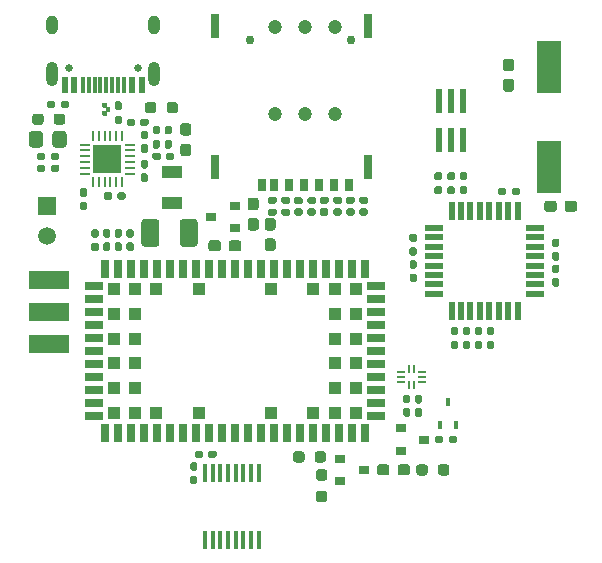
<source format=gts>
G04 #@! TF.GenerationSoftware,KiCad,Pcbnew,5.1.10-88a1d61d58~90~ubuntu20.04.1*
G04 #@! TF.CreationDate,2021-10-18T20:01:28+01:00*
G04 #@! TF.ProjectId,GPS Hardware,47505320-4861-4726-9477-6172652e6b69,rev?*
G04 #@! TF.SameCoordinates,Original*
G04 #@! TF.FileFunction,Soldermask,Top*
G04 #@! TF.FilePolarity,Negative*
%FSLAX46Y46*%
G04 Gerber Fmt 4.6, Leading zero omitted, Abs format (unit mm)*
G04 Created by KiCad (PCBNEW 5.1.10-88a1d61d58~90~ubuntu20.04.1) date 2021-10-18 20:01:28*
%MOMM*%
%LPD*%
G01*
G04 APERTURE LIST*
%ADD10C,0.010000*%
%ADD11R,0.800000X1.140000*%
%ADD12R,0.700000X2.100000*%
%ADD13C,0.750000*%
%ADD14C,1.200000*%
%ADD15C,1.508000*%
%ADD16R,1.508000X1.508000*%
%ADD17R,0.500000X2.000000*%
%ADD18R,0.550000X1.600000*%
%ADD19R,1.600000X0.550000*%
%ADD20R,0.410000X1.570000*%
%ADD21R,0.450000X0.700000*%
%ADD22R,0.900000X0.800000*%
%ADD23R,1.100000X1.100000*%
%ADD24R,1.500000X0.800000*%
%ADD25R,0.800000X1.500000*%
%ADD26R,0.600000X1.450000*%
%ADD27R,0.300000X1.450000*%
%ADD28O,1.000000X2.100000*%
%ADD29C,0.650000*%
%ADD30O,1.000000X1.600000*%
%ADD31R,2.000000X4.500000*%
%ADD32R,3.500000X1.500000*%
%ADD33R,0.200000X0.800000*%
%ADD34R,0.800000X0.200000*%
%ADD35R,0.860000X0.270000*%
%ADD36R,0.270000X0.860000*%
%ADD37R,2.450000X2.450000*%
%ADD38R,1.800000X1.100000*%
G04 APERTURE END LIST*
D10*
G36*
X108560000Y-69400000D02*
G01*
X108560000Y-69200000D01*
X108559931Y-69197383D01*
X108559726Y-69194774D01*
X108559384Y-69192178D01*
X108558907Y-69189604D01*
X108558296Y-69187059D01*
X108557553Y-69184549D01*
X108556679Y-69182082D01*
X108555677Y-69179663D01*
X108554550Y-69177300D01*
X108553301Y-69175000D01*
X108551934Y-69172768D01*
X108550451Y-69170611D01*
X108548857Y-69168534D01*
X108547157Y-69166543D01*
X108545355Y-69164645D01*
X108543457Y-69162843D01*
X108541466Y-69161143D01*
X108539389Y-69159549D01*
X108537232Y-69158066D01*
X108535000Y-69156699D01*
X108532700Y-69155450D01*
X108530337Y-69154323D01*
X108527918Y-69153321D01*
X108525451Y-69152447D01*
X108522941Y-69151704D01*
X108520396Y-69151093D01*
X108517822Y-69150616D01*
X108515226Y-69150274D01*
X108512617Y-69150069D01*
X108510000Y-69150000D01*
X108310000Y-69150000D01*
X108307383Y-69150069D01*
X108304774Y-69150274D01*
X108302178Y-69150616D01*
X108299604Y-69151093D01*
X108297059Y-69151704D01*
X108294549Y-69152447D01*
X108292082Y-69153321D01*
X108289663Y-69154323D01*
X108287300Y-69155450D01*
X108285000Y-69156699D01*
X108282768Y-69158066D01*
X108280611Y-69159549D01*
X108278534Y-69161143D01*
X108276543Y-69162843D01*
X108274645Y-69164645D01*
X108272843Y-69166543D01*
X108271143Y-69168534D01*
X108269549Y-69170611D01*
X108268066Y-69172768D01*
X108266699Y-69175000D01*
X108265450Y-69177300D01*
X108264323Y-69179663D01*
X108263321Y-69182082D01*
X108262447Y-69184549D01*
X108261704Y-69187059D01*
X108261093Y-69189604D01*
X108260616Y-69192178D01*
X108260274Y-69194774D01*
X108260069Y-69197383D01*
X108260000Y-69200000D01*
X108260000Y-69400000D01*
X108260069Y-69402617D01*
X108260274Y-69405226D01*
X108260616Y-69407822D01*
X108261093Y-69410396D01*
X108261704Y-69412941D01*
X108262447Y-69415451D01*
X108263321Y-69417918D01*
X108264323Y-69420337D01*
X108265450Y-69422700D01*
X108266699Y-69425000D01*
X108268066Y-69427232D01*
X108269549Y-69429389D01*
X108271143Y-69431466D01*
X108272843Y-69433457D01*
X108274645Y-69435355D01*
X108276543Y-69437157D01*
X108278534Y-69438857D01*
X108280611Y-69440451D01*
X108282768Y-69441934D01*
X108285000Y-69443301D01*
X108287300Y-69444550D01*
X108289663Y-69445677D01*
X108292082Y-69446679D01*
X108294549Y-69447553D01*
X108297059Y-69448296D01*
X108299604Y-69448907D01*
X108302178Y-69449384D01*
X108304774Y-69449726D01*
X108307383Y-69449931D01*
X108310000Y-69450000D01*
X108510000Y-69450000D01*
X108512617Y-69449931D01*
X108515226Y-69449726D01*
X108517822Y-69449384D01*
X108520396Y-69448907D01*
X108522941Y-69448296D01*
X108525451Y-69447553D01*
X108527918Y-69446679D01*
X108530337Y-69445677D01*
X108532700Y-69444550D01*
X108535000Y-69443301D01*
X108537232Y-69441934D01*
X108539389Y-69440451D01*
X108541466Y-69438857D01*
X108543457Y-69437157D01*
X108545355Y-69435355D01*
X108547157Y-69433457D01*
X108548857Y-69431466D01*
X108550451Y-69429389D01*
X108551934Y-69427232D01*
X108553301Y-69425000D01*
X108554550Y-69422700D01*
X108555677Y-69420337D01*
X108556679Y-69417918D01*
X108557553Y-69415451D01*
X108558296Y-69412941D01*
X108558907Y-69410396D01*
X108559384Y-69407822D01*
X108559726Y-69405226D01*
X108559931Y-69402617D01*
X108560000Y-69400000D01*
G37*
X108560000Y-69400000D02*
X108560000Y-69200000D01*
X108559931Y-69197383D01*
X108559726Y-69194774D01*
X108559384Y-69192178D01*
X108558907Y-69189604D01*
X108558296Y-69187059D01*
X108557553Y-69184549D01*
X108556679Y-69182082D01*
X108555677Y-69179663D01*
X108554550Y-69177300D01*
X108553301Y-69175000D01*
X108551934Y-69172768D01*
X108550451Y-69170611D01*
X108548857Y-69168534D01*
X108547157Y-69166543D01*
X108545355Y-69164645D01*
X108543457Y-69162843D01*
X108541466Y-69161143D01*
X108539389Y-69159549D01*
X108537232Y-69158066D01*
X108535000Y-69156699D01*
X108532700Y-69155450D01*
X108530337Y-69154323D01*
X108527918Y-69153321D01*
X108525451Y-69152447D01*
X108522941Y-69151704D01*
X108520396Y-69151093D01*
X108517822Y-69150616D01*
X108515226Y-69150274D01*
X108512617Y-69150069D01*
X108510000Y-69150000D01*
X108310000Y-69150000D01*
X108307383Y-69150069D01*
X108304774Y-69150274D01*
X108302178Y-69150616D01*
X108299604Y-69151093D01*
X108297059Y-69151704D01*
X108294549Y-69152447D01*
X108292082Y-69153321D01*
X108289663Y-69154323D01*
X108287300Y-69155450D01*
X108285000Y-69156699D01*
X108282768Y-69158066D01*
X108280611Y-69159549D01*
X108278534Y-69161143D01*
X108276543Y-69162843D01*
X108274645Y-69164645D01*
X108272843Y-69166543D01*
X108271143Y-69168534D01*
X108269549Y-69170611D01*
X108268066Y-69172768D01*
X108266699Y-69175000D01*
X108265450Y-69177300D01*
X108264323Y-69179663D01*
X108263321Y-69182082D01*
X108262447Y-69184549D01*
X108261704Y-69187059D01*
X108261093Y-69189604D01*
X108260616Y-69192178D01*
X108260274Y-69194774D01*
X108260069Y-69197383D01*
X108260000Y-69200000D01*
X108260000Y-69400000D01*
X108260069Y-69402617D01*
X108260274Y-69405226D01*
X108260616Y-69407822D01*
X108261093Y-69410396D01*
X108261704Y-69412941D01*
X108262447Y-69415451D01*
X108263321Y-69417918D01*
X108264323Y-69420337D01*
X108265450Y-69422700D01*
X108266699Y-69425000D01*
X108268066Y-69427232D01*
X108269549Y-69429389D01*
X108271143Y-69431466D01*
X108272843Y-69433457D01*
X108274645Y-69435355D01*
X108276543Y-69437157D01*
X108278534Y-69438857D01*
X108280611Y-69440451D01*
X108282768Y-69441934D01*
X108285000Y-69443301D01*
X108287300Y-69444550D01*
X108289663Y-69445677D01*
X108292082Y-69446679D01*
X108294549Y-69447553D01*
X108297059Y-69448296D01*
X108299604Y-69448907D01*
X108302178Y-69449384D01*
X108304774Y-69449726D01*
X108307383Y-69449931D01*
X108310000Y-69450000D01*
X108510000Y-69450000D01*
X108512617Y-69449931D01*
X108515226Y-69449726D01*
X108517822Y-69449384D01*
X108520396Y-69448907D01*
X108522941Y-69448296D01*
X108525451Y-69447553D01*
X108527918Y-69446679D01*
X108530337Y-69445677D01*
X108532700Y-69444550D01*
X108535000Y-69443301D01*
X108537232Y-69441934D01*
X108539389Y-69440451D01*
X108541466Y-69438857D01*
X108543457Y-69437157D01*
X108545355Y-69435355D01*
X108547157Y-69433457D01*
X108548857Y-69431466D01*
X108550451Y-69429389D01*
X108551934Y-69427232D01*
X108553301Y-69425000D01*
X108554550Y-69422700D01*
X108555677Y-69420337D01*
X108556679Y-69417918D01*
X108557553Y-69415451D01*
X108558296Y-69412941D01*
X108558907Y-69410396D01*
X108559384Y-69407822D01*
X108559726Y-69405226D01*
X108559931Y-69402617D01*
X108560000Y-69400000D01*
G36*
X108260000Y-69060000D02*
G01*
X108260000Y-68860000D01*
X108259931Y-68857383D01*
X108259726Y-68854774D01*
X108259384Y-68852178D01*
X108258907Y-68849604D01*
X108258296Y-68847059D01*
X108257553Y-68844549D01*
X108256679Y-68842082D01*
X108255677Y-68839663D01*
X108254550Y-68837300D01*
X108253301Y-68835000D01*
X108251934Y-68832768D01*
X108250451Y-68830611D01*
X108248857Y-68828534D01*
X108247157Y-68826543D01*
X108245355Y-68824645D01*
X108243457Y-68822843D01*
X108241466Y-68821143D01*
X108239389Y-68819549D01*
X108237232Y-68818066D01*
X108235000Y-68816699D01*
X108232700Y-68815450D01*
X108230337Y-68814323D01*
X108227918Y-68813321D01*
X108225451Y-68812447D01*
X108222941Y-68811704D01*
X108220396Y-68811093D01*
X108217822Y-68810616D01*
X108215226Y-68810274D01*
X108212617Y-68810069D01*
X108210000Y-68810000D01*
X108010000Y-68810000D01*
X108007383Y-68810069D01*
X108004774Y-68810274D01*
X108002178Y-68810616D01*
X107999604Y-68811093D01*
X107997059Y-68811704D01*
X107994549Y-68812447D01*
X107992082Y-68813321D01*
X107989663Y-68814323D01*
X107987300Y-68815450D01*
X107985000Y-68816699D01*
X107982768Y-68818066D01*
X107980611Y-68819549D01*
X107978534Y-68821143D01*
X107976543Y-68822843D01*
X107974645Y-68824645D01*
X107972843Y-68826543D01*
X107971143Y-68828534D01*
X107969549Y-68830611D01*
X107968066Y-68832768D01*
X107966699Y-68835000D01*
X107965450Y-68837300D01*
X107964323Y-68839663D01*
X107963321Y-68842082D01*
X107962447Y-68844549D01*
X107961704Y-68847059D01*
X107961093Y-68849604D01*
X107960616Y-68852178D01*
X107960274Y-68854774D01*
X107960069Y-68857383D01*
X107960000Y-68860000D01*
X107960000Y-69060000D01*
X107960069Y-69062617D01*
X107960274Y-69065226D01*
X107960616Y-69067822D01*
X107961093Y-69070396D01*
X107961704Y-69072941D01*
X107962447Y-69075451D01*
X107963321Y-69077918D01*
X107964323Y-69080337D01*
X107965450Y-69082700D01*
X107966699Y-69085000D01*
X107968066Y-69087232D01*
X107969549Y-69089389D01*
X107971143Y-69091466D01*
X107972843Y-69093457D01*
X107974645Y-69095355D01*
X107976543Y-69097157D01*
X107978534Y-69098857D01*
X107980611Y-69100451D01*
X107982768Y-69101934D01*
X107985000Y-69103301D01*
X107987300Y-69104550D01*
X107989663Y-69105677D01*
X107992082Y-69106679D01*
X107994549Y-69107553D01*
X107997059Y-69108296D01*
X107999604Y-69108907D01*
X108002178Y-69109384D01*
X108004774Y-69109726D01*
X108007383Y-69109931D01*
X108010000Y-69110000D01*
X108210000Y-69110000D01*
X108212617Y-69109931D01*
X108215226Y-69109726D01*
X108217822Y-69109384D01*
X108220396Y-69108907D01*
X108222941Y-69108296D01*
X108225451Y-69107553D01*
X108227918Y-69106679D01*
X108230337Y-69105677D01*
X108232700Y-69104550D01*
X108235000Y-69103301D01*
X108237232Y-69101934D01*
X108239389Y-69100451D01*
X108241466Y-69098857D01*
X108243457Y-69097157D01*
X108245355Y-69095355D01*
X108247157Y-69093457D01*
X108248857Y-69091466D01*
X108250451Y-69089389D01*
X108251934Y-69087232D01*
X108253301Y-69085000D01*
X108254550Y-69082700D01*
X108255677Y-69080337D01*
X108256679Y-69077918D01*
X108257553Y-69075451D01*
X108258296Y-69072941D01*
X108258907Y-69070396D01*
X108259384Y-69067822D01*
X108259726Y-69065226D01*
X108259931Y-69062617D01*
X108260000Y-69060000D01*
G37*
X108260000Y-69060000D02*
X108260000Y-68860000D01*
X108259931Y-68857383D01*
X108259726Y-68854774D01*
X108259384Y-68852178D01*
X108258907Y-68849604D01*
X108258296Y-68847059D01*
X108257553Y-68844549D01*
X108256679Y-68842082D01*
X108255677Y-68839663D01*
X108254550Y-68837300D01*
X108253301Y-68835000D01*
X108251934Y-68832768D01*
X108250451Y-68830611D01*
X108248857Y-68828534D01*
X108247157Y-68826543D01*
X108245355Y-68824645D01*
X108243457Y-68822843D01*
X108241466Y-68821143D01*
X108239389Y-68819549D01*
X108237232Y-68818066D01*
X108235000Y-68816699D01*
X108232700Y-68815450D01*
X108230337Y-68814323D01*
X108227918Y-68813321D01*
X108225451Y-68812447D01*
X108222941Y-68811704D01*
X108220396Y-68811093D01*
X108217822Y-68810616D01*
X108215226Y-68810274D01*
X108212617Y-68810069D01*
X108210000Y-68810000D01*
X108010000Y-68810000D01*
X108007383Y-68810069D01*
X108004774Y-68810274D01*
X108002178Y-68810616D01*
X107999604Y-68811093D01*
X107997059Y-68811704D01*
X107994549Y-68812447D01*
X107992082Y-68813321D01*
X107989663Y-68814323D01*
X107987300Y-68815450D01*
X107985000Y-68816699D01*
X107982768Y-68818066D01*
X107980611Y-68819549D01*
X107978534Y-68821143D01*
X107976543Y-68822843D01*
X107974645Y-68824645D01*
X107972843Y-68826543D01*
X107971143Y-68828534D01*
X107969549Y-68830611D01*
X107968066Y-68832768D01*
X107966699Y-68835000D01*
X107965450Y-68837300D01*
X107964323Y-68839663D01*
X107963321Y-68842082D01*
X107962447Y-68844549D01*
X107961704Y-68847059D01*
X107961093Y-68849604D01*
X107960616Y-68852178D01*
X107960274Y-68854774D01*
X107960069Y-68857383D01*
X107960000Y-68860000D01*
X107960000Y-69060000D01*
X107960069Y-69062617D01*
X107960274Y-69065226D01*
X107960616Y-69067822D01*
X107961093Y-69070396D01*
X107961704Y-69072941D01*
X107962447Y-69075451D01*
X107963321Y-69077918D01*
X107964323Y-69080337D01*
X107965450Y-69082700D01*
X107966699Y-69085000D01*
X107968066Y-69087232D01*
X107969549Y-69089389D01*
X107971143Y-69091466D01*
X107972843Y-69093457D01*
X107974645Y-69095355D01*
X107976543Y-69097157D01*
X107978534Y-69098857D01*
X107980611Y-69100451D01*
X107982768Y-69101934D01*
X107985000Y-69103301D01*
X107987300Y-69104550D01*
X107989663Y-69105677D01*
X107992082Y-69106679D01*
X107994549Y-69107553D01*
X107997059Y-69108296D01*
X107999604Y-69108907D01*
X108002178Y-69109384D01*
X108004774Y-69109726D01*
X108007383Y-69109931D01*
X108010000Y-69110000D01*
X108210000Y-69110000D01*
X108212617Y-69109931D01*
X108215226Y-69109726D01*
X108217822Y-69109384D01*
X108220396Y-69108907D01*
X108222941Y-69108296D01*
X108225451Y-69107553D01*
X108227918Y-69106679D01*
X108230337Y-69105677D01*
X108232700Y-69104550D01*
X108235000Y-69103301D01*
X108237232Y-69101934D01*
X108239389Y-69100451D01*
X108241466Y-69098857D01*
X108243457Y-69097157D01*
X108245355Y-69095355D01*
X108247157Y-69093457D01*
X108248857Y-69091466D01*
X108250451Y-69089389D01*
X108251934Y-69087232D01*
X108253301Y-69085000D01*
X108254550Y-69082700D01*
X108255677Y-69080337D01*
X108256679Y-69077918D01*
X108257553Y-69075451D01*
X108258296Y-69072941D01*
X108258907Y-69070396D01*
X108259384Y-69067822D01*
X108259726Y-69065226D01*
X108259931Y-69062617D01*
X108260000Y-69060000D01*
G36*
X108260000Y-69740000D02*
G01*
X108260000Y-69540000D01*
X108259931Y-69537383D01*
X108259726Y-69534774D01*
X108259384Y-69532178D01*
X108258907Y-69529604D01*
X108258296Y-69527059D01*
X108257553Y-69524549D01*
X108256679Y-69522082D01*
X108255677Y-69519663D01*
X108254550Y-69517300D01*
X108253301Y-69515000D01*
X108251934Y-69512768D01*
X108250451Y-69510611D01*
X108248857Y-69508534D01*
X108247157Y-69506543D01*
X108245355Y-69504645D01*
X108243457Y-69502843D01*
X108241466Y-69501143D01*
X108239389Y-69499549D01*
X108237232Y-69498066D01*
X108235000Y-69496699D01*
X108232700Y-69495450D01*
X108230337Y-69494323D01*
X108227918Y-69493321D01*
X108225451Y-69492447D01*
X108222941Y-69491704D01*
X108220396Y-69491093D01*
X108217822Y-69490616D01*
X108215226Y-69490274D01*
X108212617Y-69490069D01*
X108210000Y-69490000D01*
X108010000Y-69490000D01*
X108007383Y-69490069D01*
X108004774Y-69490274D01*
X108002178Y-69490616D01*
X107999604Y-69491093D01*
X107997059Y-69491704D01*
X107994549Y-69492447D01*
X107992082Y-69493321D01*
X107989663Y-69494323D01*
X107987300Y-69495450D01*
X107985000Y-69496699D01*
X107982768Y-69498066D01*
X107980611Y-69499549D01*
X107978534Y-69501143D01*
X107976543Y-69502843D01*
X107974645Y-69504645D01*
X107972843Y-69506543D01*
X107971143Y-69508534D01*
X107969549Y-69510611D01*
X107968066Y-69512768D01*
X107966699Y-69515000D01*
X107965450Y-69517300D01*
X107964323Y-69519663D01*
X107963321Y-69522082D01*
X107962447Y-69524549D01*
X107961704Y-69527059D01*
X107961093Y-69529604D01*
X107960616Y-69532178D01*
X107960274Y-69534774D01*
X107960069Y-69537383D01*
X107960000Y-69540000D01*
X107960000Y-69740000D01*
X107960069Y-69742617D01*
X107960274Y-69745226D01*
X107960616Y-69747822D01*
X107961093Y-69750396D01*
X107961704Y-69752941D01*
X107962447Y-69755451D01*
X107963321Y-69757918D01*
X107964323Y-69760337D01*
X107965450Y-69762700D01*
X107966699Y-69765000D01*
X107968066Y-69767232D01*
X107969549Y-69769389D01*
X107971143Y-69771466D01*
X107972843Y-69773457D01*
X107974645Y-69775355D01*
X107976543Y-69777157D01*
X107978534Y-69778857D01*
X107980611Y-69780451D01*
X107982768Y-69781934D01*
X107985000Y-69783301D01*
X107987300Y-69784550D01*
X107989663Y-69785677D01*
X107992082Y-69786679D01*
X107994549Y-69787553D01*
X107997059Y-69788296D01*
X107999604Y-69788907D01*
X108002178Y-69789384D01*
X108004774Y-69789726D01*
X108007383Y-69789931D01*
X108010000Y-69790000D01*
X108210000Y-69790000D01*
X108212617Y-69789931D01*
X108215226Y-69789726D01*
X108217822Y-69789384D01*
X108220396Y-69788907D01*
X108222941Y-69788296D01*
X108225451Y-69787553D01*
X108227918Y-69786679D01*
X108230337Y-69785677D01*
X108232700Y-69784550D01*
X108235000Y-69783301D01*
X108237232Y-69781934D01*
X108239389Y-69780451D01*
X108241466Y-69778857D01*
X108243457Y-69777157D01*
X108245355Y-69775355D01*
X108247157Y-69773457D01*
X108248857Y-69771466D01*
X108250451Y-69769389D01*
X108251934Y-69767232D01*
X108253301Y-69765000D01*
X108254550Y-69762700D01*
X108255677Y-69760337D01*
X108256679Y-69757918D01*
X108257553Y-69755451D01*
X108258296Y-69752941D01*
X108258907Y-69750396D01*
X108259384Y-69747822D01*
X108259726Y-69745226D01*
X108259931Y-69742617D01*
X108260000Y-69740000D01*
G37*
X108260000Y-69740000D02*
X108260000Y-69540000D01*
X108259931Y-69537383D01*
X108259726Y-69534774D01*
X108259384Y-69532178D01*
X108258907Y-69529604D01*
X108258296Y-69527059D01*
X108257553Y-69524549D01*
X108256679Y-69522082D01*
X108255677Y-69519663D01*
X108254550Y-69517300D01*
X108253301Y-69515000D01*
X108251934Y-69512768D01*
X108250451Y-69510611D01*
X108248857Y-69508534D01*
X108247157Y-69506543D01*
X108245355Y-69504645D01*
X108243457Y-69502843D01*
X108241466Y-69501143D01*
X108239389Y-69499549D01*
X108237232Y-69498066D01*
X108235000Y-69496699D01*
X108232700Y-69495450D01*
X108230337Y-69494323D01*
X108227918Y-69493321D01*
X108225451Y-69492447D01*
X108222941Y-69491704D01*
X108220396Y-69491093D01*
X108217822Y-69490616D01*
X108215226Y-69490274D01*
X108212617Y-69490069D01*
X108210000Y-69490000D01*
X108010000Y-69490000D01*
X108007383Y-69490069D01*
X108004774Y-69490274D01*
X108002178Y-69490616D01*
X107999604Y-69491093D01*
X107997059Y-69491704D01*
X107994549Y-69492447D01*
X107992082Y-69493321D01*
X107989663Y-69494323D01*
X107987300Y-69495450D01*
X107985000Y-69496699D01*
X107982768Y-69498066D01*
X107980611Y-69499549D01*
X107978534Y-69501143D01*
X107976543Y-69502843D01*
X107974645Y-69504645D01*
X107972843Y-69506543D01*
X107971143Y-69508534D01*
X107969549Y-69510611D01*
X107968066Y-69512768D01*
X107966699Y-69515000D01*
X107965450Y-69517300D01*
X107964323Y-69519663D01*
X107963321Y-69522082D01*
X107962447Y-69524549D01*
X107961704Y-69527059D01*
X107961093Y-69529604D01*
X107960616Y-69532178D01*
X107960274Y-69534774D01*
X107960069Y-69537383D01*
X107960000Y-69540000D01*
X107960000Y-69740000D01*
X107960069Y-69742617D01*
X107960274Y-69745226D01*
X107960616Y-69747822D01*
X107961093Y-69750396D01*
X107961704Y-69752941D01*
X107962447Y-69755451D01*
X107963321Y-69757918D01*
X107964323Y-69760337D01*
X107965450Y-69762700D01*
X107966699Y-69765000D01*
X107968066Y-69767232D01*
X107969549Y-69769389D01*
X107971143Y-69771466D01*
X107972843Y-69773457D01*
X107974645Y-69775355D01*
X107976543Y-69777157D01*
X107978534Y-69778857D01*
X107980611Y-69780451D01*
X107982768Y-69781934D01*
X107985000Y-69783301D01*
X107987300Y-69784550D01*
X107989663Y-69785677D01*
X107992082Y-69786679D01*
X107994549Y-69787553D01*
X107997059Y-69788296D01*
X107999604Y-69788907D01*
X108002178Y-69789384D01*
X108004774Y-69789726D01*
X108007383Y-69789931D01*
X108010000Y-69790000D01*
X108210000Y-69790000D01*
X108212617Y-69789931D01*
X108215226Y-69789726D01*
X108217822Y-69789384D01*
X108220396Y-69788907D01*
X108222941Y-69788296D01*
X108225451Y-69787553D01*
X108227918Y-69786679D01*
X108230337Y-69785677D01*
X108232700Y-69784550D01*
X108235000Y-69783301D01*
X108237232Y-69781934D01*
X108239389Y-69780451D01*
X108241466Y-69778857D01*
X108243457Y-69777157D01*
X108245355Y-69775355D01*
X108247157Y-69773457D01*
X108248857Y-69771466D01*
X108250451Y-69769389D01*
X108251934Y-69767232D01*
X108253301Y-69765000D01*
X108254550Y-69762700D01*
X108255677Y-69760337D01*
X108256679Y-69757918D01*
X108257553Y-69755451D01*
X108258296Y-69752941D01*
X108258907Y-69750396D01*
X108259384Y-69747822D01*
X108259726Y-69745226D01*
X108259931Y-69742617D01*
X108260000Y-69740000D01*
D11*
X128800000Y-75735000D03*
X127530000Y-75735000D03*
X126260000Y-75735000D03*
X124990000Y-75735000D03*
X123720000Y-75735000D03*
X122450000Y-75735000D03*
X121500000Y-75735000D03*
D12*
X130470000Y-74255000D03*
X117470000Y-74255000D03*
X130470000Y-62255000D03*
X117470000Y-62255000D03*
D13*
X128970000Y-63505000D03*
X120470000Y-63505000D03*
D14*
X122570000Y-62375000D03*
X122570000Y-69775000D03*
X125110000Y-69775000D03*
X127650000Y-69775000D03*
X125110000Y-62375000D03*
X127650000Y-62375000D03*
D15*
X103265000Y-80030000D03*
D16*
X103265000Y-77530000D03*
D17*
X138490000Y-68660000D03*
X138490000Y-71960000D03*
X137490000Y-68660000D03*
X137490000Y-71960000D03*
X136490000Y-68660000D03*
X136490000Y-71960000D03*
D18*
X143120000Y-86420000D03*
X142320000Y-86420000D03*
X141520000Y-86420000D03*
X140720000Y-86420000D03*
X139920000Y-86420000D03*
X139120000Y-86420000D03*
X138320000Y-86420000D03*
X137520000Y-86420000D03*
D19*
X136070000Y-84970000D03*
X136070000Y-84170000D03*
X136070000Y-83370000D03*
X136070000Y-82570000D03*
X136070000Y-81770000D03*
X136070000Y-80970000D03*
X136070000Y-80170000D03*
X136070000Y-79370000D03*
D18*
X137520000Y-77920000D03*
X138320000Y-77920000D03*
X139120000Y-77920000D03*
X139920000Y-77920000D03*
X140720000Y-77920000D03*
X141520000Y-77920000D03*
X142320000Y-77920000D03*
X143120000Y-77920000D03*
D19*
X144570000Y-79370000D03*
X144570000Y-80170000D03*
X144570000Y-80970000D03*
X144570000Y-81770000D03*
X144570000Y-82570000D03*
X144570000Y-83370000D03*
X144570000Y-84170000D03*
X144570000Y-84970000D03*
D20*
X116655000Y-105830000D03*
X117305000Y-105830000D03*
X117955000Y-105830000D03*
X118605000Y-105830000D03*
X119255000Y-105830000D03*
X119905000Y-105830000D03*
X120555000Y-105830000D03*
X121205000Y-105830000D03*
X121205000Y-100090000D03*
X120555000Y-100090000D03*
X119905000Y-100090000D03*
X119255000Y-100090000D03*
X118605000Y-100090000D03*
X117955000Y-100090000D03*
X117305000Y-100090000D03*
X116655000Y-100090000D03*
G36*
G01*
X122397500Y-79617500D02*
X121922500Y-79617500D01*
G75*
G02*
X121685000Y-79380000I0J237500D01*
G01*
X121685000Y-78780000D01*
G75*
G02*
X121922500Y-78542500I237500J0D01*
G01*
X122397500Y-78542500D01*
G75*
G02*
X122635000Y-78780000I0J-237500D01*
G01*
X122635000Y-79380000D01*
G75*
G02*
X122397500Y-79617500I-237500J0D01*
G01*
G37*
G36*
G01*
X122397500Y-81342500D02*
X121922500Y-81342500D01*
G75*
G02*
X121685000Y-81105000I0J237500D01*
G01*
X121685000Y-80505000D01*
G75*
G02*
X121922500Y-80267500I237500J0D01*
G01*
X122397500Y-80267500D01*
G75*
G02*
X122635000Y-80505000I0J-237500D01*
G01*
X122635000Y-81105000D01*
G75*
G02*
X122397500Y-81342500I-237500J0D01*
G01*
G37*
G36*
G01*
X122712500Y-76900000D02*
X122712500Y-77210000D01*
G75*
G02*
X122557500Y-77365000I-155000J0D01*
G01*
X122132500Y-77365000D01*
G75*
G02*
X121977500Y-77210000I0J155000D01*
G01*
X121977500Y-76900000D01*
G75*
G02*
X122132500Y-76745000I155000J0D01*
G01*
X122557500Y-76745000D01*
G75*
G02*
X122712500Y-76900000I0J-155000D01*
G01*
G37*
G36*
G01*
X123847500Y-76900000D02*
X123847500Y-77210000D01*
G75*
G02*
X123692500Y-77365000I-155000J0D01*
G01*
X123267500Y-77365000D01*
G75*
G02*
X123112500Y-77210000I0J155000D01*
G01*
X123112500Y-76900000D01*
G75*
G02*
X123267500Y-76745000I155000J0D01*
G01*
X123692500Y-76745000D01*
G75*
G02*
X123847500Y-76900000I0J-155000D01*
G01*
G37*
G36*
G01*
X134570000Y-94650000D02*
X134880000Y-94650000D01*
G75*
G02*
X135035000Y-94805000I0J-155000D01*
G01*
X135035000Y-95230000D01*
G75*
G02*
X134880000Y-95385000I-155000J0D01*
G01*
X134570000Y-95385000D01*
G75*
G02*
X134415000Y-95230000I0J155000D01*
G01*
X134415000Y-94805000D01*
G75*
G02*
X134570000Y-94650000I155000J0D01*
G01*
G37*
G36*
G01*
X134570000Y-93515000D02*
X134880000Y-93515000D01*
G75*
G02*
X135035000Y-93670000I0J-155000D01*
G01*
X135035000Y-94095000D01*
G75*
G02*
X134880000Y-94250000I-155000J0D01*
G01*
X134570000Y-94250000D01*
G75*
G02*
X134415000Y-94095000I0J155000D01*
G01*
X134415000Y-93670000D01*
G75*
G02*
X134570000Y-93515000I155000J0D01*
G01*
G37*
G36*
G01*
X133570000Y-94625000D02*
X133880000Y-94625000D01*
G75*
G02*
X134035000Y-94780000I0J-155000D01*
G01*
X134035000Y-95205000D01*
G75*
G02*
X133880000Y-95360000I-155000J0D01*
G01*
X133570000Y-95360000D01*
G75*
G02*
X133415000Y-95205000I0J155000D01*
G01*
X133415000Y-94780000D01*
G75*
G02*
X133570000Y-94625000I155000J0D01*
G01*
G37*
G36*
G01*
X133570000Y-93490000D02*
X133880000Y-93490000D01*
G75*
G02*
X134035000Y-93645000I0J-155000D01*
G01*
X134035000Y-94070000D01*
G75*
G02*
X133880000Y-94225000I-155000J0D01*
G01*
X133570000Y-94225000D01*
G75*
G02*
X133415000Y-94070000I0J155000D01*
G01*
X133415000Y-93645000D01*
G75*
G02*
X133570000Y-93490000I155000J0D01*
G01*
G37*
G36*
G01*
X134120000Y-83250000D02*
X134430000Y-83250000D01*
G75*
G02*
X134585000Y-83405000I0J-155000D01*
G01*
X134585000Y-83830000D01*
G75*
G02*
X134430000Y-83985000I-155000J0D01*
G01*
X134120000Y-83985000D01*
G75*
G02*
X133965000Y-83830000I0J155000D01*
G01*
X133965000Y-83405000D01*
G75*
G02*
X134120000Y-83250000I155000J0D01*
G01*
G37*
G36*
G01*
X134120000Y-82115000D02*
X134430000Y-82115000D01*
G75*
G02*
X134585000Y-82270000I0J-155000D01*
G01*
X134585000Y-82695000D01*
G75*
G02*
X134430000Y-82850000I-155000J0D01*
G01*
X134120000Y-82850000D01*
G75*
G02*
X133965000Y-82695000I0J155000D01*
G01*
X133965000Y-82270000D01*
G75*
G02*
X134120000Y-82115000I155000J0D01*
G01*
G37*
G36*
G01*
X136807500Y-97140000D02*
X136807500Y-97460000D01*
G75*
G02*
X136647500Y-97620000I-160000J0D01*
G01*
X136252500Y-97620000D01*
G75*
G02*
X136092500Y-97460000I0J160000D01*
G01*
X136092500Y-97140000D01*
G75*
G02*
X136252500Y-96980000I160000J0D01*
G01*
X136647500Y-96980000D01*
G75*
G02*
X136807500Y-97140000I0J-160000D01*
G01*
G37*
G36*
G01*
X138002500Y-97140000D02*
X138002500Y-97460000D01*
G75*
G02*
X137842500Y-97620000I-160000J0D01*
G01*
X137447500Y-97620000D01*
G75*
G02*
X137287500Y-97460000I0J160000D01*
G01*
X137287500Y-97140000D01*
G75*
G02*
X137447500Y-96980000I160000J0D01*
G01*
X137842500Y-96980000D01*
G75*
G02*
X138002500Y-97140000I0J-160000D01*
G01*
G37*
G36*
G01*
X102987500Y-69937500D02*
X102987500Y-70412500D01*
G75*
G02*
X102750000Y-70650000I-237500J0D01*
G01*
X102250000Y-70650000D01*
G75*
G02*
X102012500Y-70412500I0J237500D01*
G01*
X102012500Y-69937500D01*
G75*
G02*
X102250000Y-69700000I237500J0D01*
G01*
X102750000Y-69700000D01*
G75*
G02*
X102987500Y-69937500I0J-237500D01*
G01*
G37*
G36*
G01*
X104812500Y-69937500D02*
X104812500Y-70412500D01*
G75*
G02*
X104575000Y-70650000I-237500J0D01*
G01*
X104075000Y-70650000D01*
G75*
G02*
X103837500Y-70412500I0J237500D01*
G01*
X103837500Y-69937500D01*
G75*
G02*
X104075000Y-69700000I237500J0D01*
G01*
X104575000Y-69700000D01*
G75*
G02*
X104812500Y-69937500I0J-237500D01*
G01*
G37*
D21*
X137225000Y-94100000D03*
X137875000Y-96100000D03*
X136575000Y-96100000D03*
D22*
X135200000Y-97300000D03*
X133200000Y-98250000D03*
X133200000Y-96350000D03*
G36*
G01*
X110455000Y-80212500D02*
X110145000Y-80212500D01*
G75*
G02*
X109990000Y-80057500I0J155000D01*
G01*
X109990000Y-79632500D01*
G75*
G02*
X110145000Y-79477500I155000J0D01*
G01*
X110455000Y-79477500D01*
G75*
G02*
X110610000Y-79632500I0J-155000D01*
G01*
X110610000Y-80057500D01*
G75*
G02*
X110455000Y-80212500I-155000J0D01*
G01*
G37*
G36*
G01*
X110455000Y-81347500D02*
X110145000Y-81347500D01*
G75*
G02*
X109990000Y-81192500I0J155000D01*
G01*
X109990000Y-80767500D01*
G75*
G02*
X110145000Y-80612500I155000J0D01*
G01*
X110455000Y-80612500D01*
G75*
G02*
X110610000Y-80767500I0J-155000D01*
G01*
X110610000Y-81192500D01*
G75*
G02*
X110455000Y-81347500I-155000J0D01*
G01*
G37*
G36*
G01*
X106195000Y-77150000D02*
X106505000Y-77150000D01*
G75*
G02*
X106660000Y-77305000I0J-155000D01*
G01*
X106660000Y-77730000D01*
G75*
G02*
X106505000Y-77885000I-155000J0D01*
G01*
X106195000Y-77885000D01*
G75*
G02*
X106040000Y-77730000I0J155000D01*
G01*
X106040000Y-77305000D01*
G75*
G02*
X106195000Y-77150000I155000J0D01*
G01*
G37*
G36*
G01*
X106195000Y-76015000D02*
X106505000Y-76015000D01*
G75*
G02*
X106660000Y-76170000I0J-155000D01*
G01*
X106660000Y-76595000D01*
G75*
G02*
X106505000Y-76750000I-155000J0D01*
G01*
X106195000Y-76750000D01*
G75*
G02*
X106040000Y-76595000I0J155000D01*
G01*
X106040000Y-76170000D01*
G75*
G02*
X106195000Y-76015000I155000J0D01*
G01*
G37*
G36*
G01*
X109202500Y-76835000D02*
X109202500Y-76525000D01*
G75*
G02*
X109357500Y-76370000I155000J0D01*
G01*
X109782500Y-76370000D01*
G75*
G02*
X109937500Y-76525000I0J-155000D01*
G01*
X109937500Y-76835000D01*
G75*
G02*
X109782500Y-76990000I-155000J0D01*
G01*
X109357500Y-76990000D01*
G75*
G02*
X109202500Y-76835000I0J155000D01*
G01*
G37*
G36*
G01*
X108067500Y-76835000D02*
X108067500Y-76525000D01*
G75*
G02*
X108222500Y-76370000I155000J0D01*
G01*
X108647500Y-76370000D01*
G75*
G02*
X108802500Y-76525000I0J-155000D01*
G01*
X108802500Y-76835000D01*
G75*
G02*
X108647500Y-76990000I-155000J0D01*
G01*
X108222500Y-76990000D01*
G75*
G02*
X108067500Y-76835000I0J155000D01*
G01*
G37*
G36*
G01*
X136230000Y-75832500D02*
X136550000Y-75832500D01*
G75*
G02*
X136710000Y-75992500I0J-160000D01*
G01*
X136710000Y-76387500D01*
G75*
G02*
X136550000Y-76547500I-160000J0D01*
G01*
X136230000Y-76547500D01*
G75*
G02*
X136070000Y-76387500I0J160000D01*
G01*
X136070000Y-75992500D01*
G75*
G02*
X136230000Y-75832500I160000J0D01*
G01*
G37*
G36*
G01*
X136230000Y-74637500D02*
X136550000Y-74637500D01*
G75*
G02*
X136710000Y-74797500I0J-160000D01*
G01*
X136710000Y-75192500D01*
G75*
G02*
X136550000Y-75352500I-160000J0D01*
G01*
X136230000Y-75352500D01*
G75*
G02*
X136070000Y-75192500I0J160000D01*
G01*
X136070000Y-74797500D01*
G75*
G02*
X136230000Y-74637500I160000J0D01*
G01*
G37*
G36*
G01*
X137320000Y-75832500D02*
X137640000Y-75832500D01*
G75*
G02*
X137800000Y-75992500I0J-160000D01*
G01*
X137800000Y-76387500D01*
G75*
G02*
X137640000Y-76547500I-160000J0D01*
G01*
X137320000Y-76547500D01*
G75*
G02*
X137160000Y-76387500I0J160000D01*
G01*
X137160000Y-75992500D01*
G75*
G02*
X137320000Y-75832500I160000J0D01*
G01*
G37*
G36*
G01*
X137320000Y-74637500D02*
X137640000Y-74637500D01*
G75*
G02*
X137800000Y-74797500I0J-160000D01*
G01*
X137800000Y-75192500D01*
G75*
G02*
X137640000Y-75352500I-160000J0D01*
G01*
X137320000Y-75352500D01*
G75*
G02*
X137160000Y-75192500I0J160000D01*
G01*
X137160000Y-74797500D01*
G75*
G02*
X137320000Y-74637500I160000J0D01*
G01*
G37*
G36*
G01*
X138360000Y-75812500D02*
X138680000Y-75812500D01*
G75*
G02*
X138840000Y-75972500I0J-160000D01*
G01*
X138840000Y-76367500D01*
G75*
G02*
X138680000Y-76527500I-160000J0D01*
G01*
X138360000Y-76527500D01*
G75*
G02*
X138200000Y-76367500I0J160000D01*
G01*
X138200000Y-75972500D01*
G75*
G02*
X138360000Y-75812500I160000J0D01*
G01*
G37*
G36*
G01*
X138360000Y-74617500D02*
X138680000Y-74617500D01*
G75*
G02*
X138840000Y-74777500I0J-160000D01*
G01*
X138840000Y-75172500D01*
G75*
G02*
X138680000Y-75332500I-160000J0D01*
G01*
X138360000Y-75332500D01*
G75*
G02*
X138200000Y-75172500I0J160000D01*
G01*
X138200000Y-74777500D01*
G75*
G02*
X138360000Y-74617500I160000J0D01*
G01*
G37*
G36*
G01*
X137920000Y-88462500D02*
X137600000Y-88462500D01*
G75*
G02*
X137440000Y-88302500I0J160000D01*
G01*
X137440000Y-87907500D01*
G75*
G02*
X137600000Y-87747500I160000J0D01*
G01*
X137920000Y-87747500D01*
G75*
G02*
X138080000Y-87907500I0J-160000D01*
G01*
X138080000Y-88302500D01*
G75*
G02*
X137920000Y-88462500I-160000J0D01*
G01*
G37*
G36*
G01*
X137920000Y-89657500D02*
X137600000Y-89657500D01*
G75*
G02*
X137440000Y-89497500I0J160000D01*
G01*
X137440000Y-89102500D01*
G75*
G02*
X137600000Y-88942500I160000J0D01*
G01*
X137920000Y-88942500D01*
G75*
G02*
X138080000Y-89102500I0J-160000D01*
G01*
X138080000Y-89497500D01*
G75*
G02*
X137920000Y-89657500I-160000J0D01*
G01*
G37*
G36*
G01*
X140970000Y-88457500D02*
X140650000Y-88457500D01*
G75*
G02*
X140490000Y-88297500I0J160000D01*
G01*
X140490000Y-87902500D01*
G75*
G02*
X140650000Y-87742500I160000J0D01*
G01*
X140970000Y-87742500D01*
G75*
G02*
X141130000Y-87902500I0J-160000D01*
G01*
X141130000Y-88297500D01*
G75*
G02*
X140970000Y-88457500I-160000J0D01*
G01*
G37*
G36*
G01*
X140970000Y-89652500D02*
X140650000Y-89652500D01*
G75*
G02*
X140490000Y-89492500I0J160000D01*
G01*
X140490000Y-89097500D01*
G75*
G02*
X140650000Y-88937500I160000J0D01*
G01*
X140970000Y-88937500D01*
G75*
G02*
X141130000Y-89097500I0J-160000D01*
G01*
X141130000Y-89492500D01*
G75*
G02*
X140970000Y-89652500I-160000J0D01*
G01*
G37*
G36*
G01*
X142150000Y-76140000D02*
X142150000Y-76460000D01*
G75*
G02*
X141990000Y-76620000I-160000J0D01*
G01*
X141595000Y-76620000D01*
G75*
G02*
X141435000Y-76460000I0J160000D01*
G01*
X141435000Y-76140000D01*
G75*
G02*
X141595000Y-75980000I160000J0D01*
G01*
X141990000Y-75980000D01*
G75*
G02*
X142150000Y-76140000I0J-160000D01*
G01*
G37*
G36*
G01*
X143345000Y-76140000D02*
X143345000Y-76460000D01*
G75*
G02*
X143185000Y-76620000I-160000J0D01*
G01*
X142790000Y-76620000D01*
G75*
G02*
X142630000Y-76460000I0J160000D01*
G01*
X142630000Y-76140000D01*
G75*
G02*
X142790000Y-75980000I160000J0D01*
G01*
X143185000Y-75980000D01*
G75*
G02*
X143345000Y-76140000I0J-160000D01*
G01*
G37*
G36*
G01*
X138940000Y-88477500D02*
X138620000Y-88477500D01*
G75*
G02*
X138460000Y-88317500I0J160000D01*
G01*
X138460000Y-87922500D01*
G75*
G02*
X138620000Y-87762500I160000J0D01*
G01*
X138940000Y-87762500D01*
G75*
G02*
X139100000Y-87922500I0J-160000D01*
G01*
X139100000Y-88317500D01*
G75*
G02*
X138940000Y-88477500I-160000J0D01*
G01*
G37*
G36*
G01*
X138940000Y-89672500D02*
X138620000Y-89672500D01*
G75*
G02*
X138460000Y-89512500I0J160000D01*
G01*
X138460000Y-89117500D01*
G75*
G02*
X138620000Y-88957500I160000J0D01*
G01*
X138940000Y-88957500D01*
G75*
G02*
X139100000Y-89117500I0J-160000D01*
G01*
X139100000Y-89512500D01*
G75*
G02*
X138940000Y-89672500I-160000J0D01*
G01*
G37*
G36*
G01*
X139630000Y-88950000D02*
X139950000Y-88950000D01*
G75*
G02*
X140110000Y-89110000I0J-160000D01*
G01*
X140110000Y-89505000D01*
G75*
G02*
X139950000Y-89665000I-160000J0D01*
G01*
X139630000Y-89665000D01*
G75*
G02*
X139470000Y-89505000I0J160000D01*
G01*
X139470000Y-89110000D01*
G75*
G02*
X139630000Y-88950000I160000J0D01*
G01*
G37*
G36*
G01*
X139630000Y-87755000D02*
X139950000Y-87755000D01*
G75*
G02*
X140110000Y-87915000I0J-160000D01*
G01*
X140110000Y-88310000D01*
G75*
G02*
X139950000Y-88470000I-160000J0D01*
G01*
X139630000Y-88470000D01*
G75*
G02*
X139470000Y-88310000I0J160000D01*
G01*
X139470000Y-87915000D01*
G75*
G02*
X139630000Y-87755000I160000J0D01*
G01*
G37*
G36*
G01*
X115535000Y-99212500D02*
X115845000Y-99212500D01*
G75*
G02*
X116000000Y-99367500I0J-155000D01*
G01*
X116000000Y-99792500D01*
G75*
G02*
X115845000Y-99947500I-155000J0D01*
G01*
X115535000Y-99947500D01*
G75*
G02*
X115380000Y-99792500I0J155000D01*
G01*
X115380000Y-99367500D01*
G75*
G02*
X115535000Y-99212500I155000J0D01*
G01*
G37*
G36*
G01*
X115535000Y-100347500D02*
X115845000Y-100347500D01*
G75*
G02*
X116000000Y-100502500I0J-155000D01*
G01*
X116000000Y-100927500D01*
G75*
G02*
X115845000Y-101082500I-155000J0D01*
G01*
X115535000Y-101082500D01*
G75*
G02*
X115380000Y-100927500I0J155000D01*
G01*
X115380000Y-100502500D01*
G75*
G02*
X115535000Y-100347500I155000J0D01*
G01*
G37*
G36*
G01*
X117645000Y-98395000D02*
X117645000Y-98705000D01*
G75*
G02*
X117490000Y-98860000I-155000J0D01*
G01*
X117065000Y-98860000D01*
G75*
G02*
X116910000Y-98705000I0J155000D01*
G01*
X116910000Y-98395000D01*
G75*
G02*
X117065000Y-98240000I155000J0D01*
G01*
X117490000Y-98240000D01*
G75*
G02*
X117645000Y-98395000I0J-155000D01*
G01*
G37*
G36*
G01*
X116510000Y-98395000D02*
X116510000Y-98705000D01*
G75*
G02*
X116355000Y-98860000I-155000J0D01*
G01*
X115930000Y-98860000D01*
G75*
G02*
X115775000Y-98705000I0J155000D01*
G01*
X115775000Y-98395000D01*
G75*
G02*
X115930000Y-98240000I155000J0D01*
G01*
X116355000Y-98240000D01*
G75*
G02*
X116510000Y-98395000I0J-155000D01*
G01*
G37*
D23*
X129430000Y-84550000D03*
X129430000Y-86650000D03*
X129430000Y-88750000D03*
X129430000Y-90850000D03*
X129430000Y-92950000D03*
X129430000Y-95050000D03*
X127630000Y-84550000D03*
X127630000Y-86650000D03*
X127630000Y-88750000D03*
X127630000Y-90850000D03*
X127630000Y-92950000D03*
X127630000Y-95050000D03*
X125830000Y-84550000D03*
X125830000Y-95050000D03*
X122230000Y-84550000D03*
X122230000Y-95050000D03*
X116130000Y-84550000D03*
X116130000Y-95050000D03*
X112530000Y-84550000D03*
X112530000Y-95050000D03*
X110730000Y-84550000D03*
X110730000Y-86650000D03*
X110730000Y-88750000D03*
X110730000Y-90850000D03*
X110730000Y-92950000D03*
X110730000Y-95050000D03*
X108930000Y-84550000D03*
X108930000Y-86650000D03*
X108930000Y-88750000D03*
X108930000Y-90850000D03*
X108930000Y-92950000D03*
D24*
X107230000Y-95300000D03*
D23*
X108930000Y-95050000D03*
D24*
X107230000Y-94200000D03*
X107230000Y-93100000D03*
X107230000Y-92000000D03*
X107230000Y-90900000D03*
X107230000Y-89800000D03*
X107230000Y-88700000D03*
X107230000Y-87600000D03*
X107230000Y-86500000D03*
X107230000Y-85400000D03*
X107230000Y-84300000D03*
D25*
X108180000Y-82850000D03*
X109280000Y-82850000D03*
X110380000Y-82850000D03*
X111480000Y-82850000D03*
X112580000Y-82850000D03*
X113680000Y-82850000D03*
X114780000Y-82850000D03*
X115880000Y-82850000D03*
X116980000Y-82850000D03*
X118080000Y-82850000D03*
X119180000Y-82850000D03*
X120280000Y-82850000D03*
X121380000Y-82850000D03*
X122480000Y-82850000D03*
X123580000Y-82850000D03*
X124680000Y-82850000D03*
X125780000Y-82850000D03*
X126880000Y-82850000D03*
X127980000Y-82850000D03*
X129080000Y-82850000D03*
X130180000Y-82850000D03*
D24*
X131130000Y-84300000D03*
X131130000Y-85400000D03*
X131130000Y-86500000D03*
X131130000Y-87600000D03*
X131130000Y-88700000D03*
X131130000Y-89800000D03*
X131130000Y-90900000D03*
X131130000Y-92000000D03*
X131130000Y-93100000D03*
X131130000Y-94200000D03*
X131130000Y-95300000D03*
D25*
X130180000Y-96750000D03*
X129080000Y-96750000D03*
X127980000Y-96750000D03*
X126880000Y-96750000D03*
X125780000Y-96750000D03*
X124680000Y-96750000D03*
X123580000Y-96750000D03*
X122480000Y-96750000D03*
X121380000Y-96750000D03*
X120280000Y-96750000D03*
X119180000Y-96750000D03*
X118080000Y-96750000D03*
X116980000Y-96750000D03*
X115880000Y-96750000D03*
X114780000Y-96750000D03*
X113680000Y-96750000D03*
X112580000Y-96750000D03*
X111480000Y-96750000D03*
X110380000Y-96750000D03*
X109280000Y-96750000D03*
X108180000Y-96750000D03*
D26*
X104796000Y-67280000D03*
X105596000Y-67280000D03*
X110496000Y-67280000D03*
X111296000Y-67280000D03*
X111296000Y-67280000D03*
X110496000Y-67280000D03*
X105596000Y-67280000D03*
X104796000Y-67280000D03*
D27*
X109796000Y-67280000D03*
X109296000Y-67280000D03*
X108796000Y-67280000D03*
X107796000Y-67280000D03*
X107296000Y-67280000D03*
X106796000Y-67280000D03*
X106296000Y-67280000D03*
X108296000Y-67280000D03*
D28*
X103726000Y-66365000D03*
X112366000Y-66365000D03*
D29*
X110936000Y-65835000D03*
D30*
X112366000Y-62185000D03*
D29*
X105156000Y-65835000D03*
D30*
X103726000Y-62185000D03*
G36*
G01*
X115257500Y-71560000D02*
X114782500Y-71560000D01*
G75*
G02*
X114545000Y-71322500I0J237500D01*
G01*
X114545000Y-70747500D01*
G75*
G02*
X114782500Y-70510000I237500J0D01*
G01*
X115257500Y-70510000D01*
G75*
G02*
X115495000Y-70747500I0J-237500D01*
G01*
X115495000Y-71322500D01*
G75*
G02*
X115257500Y-71560000I-237500J0D01*
G01*
G37*
G36*
G01*
X115257500Y-73310000D02*
X114782500Y-73310000D01*
G75*
G02*
X114545000Y-73072500I0J237500D01*
G01*
X114545000Y-72497500D01*
G75*
G02*
X114782500Y-72260000I237500J0D01*
G01*
X115257500Y-72260000D01*
G75*
G02*
X115495000Y-72497500I0J-237500D01*
G01*
X115495000Y-73072500D01*
G75*
G02*
X115257500Y-73310000I-237500J0D01*
G01*
G37*
G36*
G01*
X112690000Y-71462500D02*
X112370000Y-71462500D01*
G75*
G02*
X112210000Y-71302500I0J160000D01*
G01*
X112210000Y-70907500D01*
G75*
G02*
X112370000Y-70747500I160000J0D01*
G01*
X112690000Y-70747500D01*
G75*
G02*
X112850000Y-70907500I0J-160000D01*
G01*
X112850000Y-71302500D01*
G75*
G02*
X112690000Y-71462500I-160000J0D01*
G01*
G37*
G36*
G01*
X112690000Y-72657500D02*
X112370000Y-72657500D01*
G75*
G02*
X112210000Y-72497500I0J160000D01*
G01*
X112210000Y-72102500D01*
G75*
G02*
X112370000Y-71942500I160000J0D01*
G01*
X112690000Y-71942500D01*
G75*
G02*
X112850000Y-72102500I0J-160000D01*
G01*
X112850000Y-72497500D01*
G75*
G02*
X112690000Y-72657500I-160000J0D01*
G01*
G37*
G36*
G01*
X104442500Y-69085000D02*
X104442500Y-68765000D01*
G75*
G02*
X104602500Y-68605000I160000J0D01*
G01*
X104997500Y-68605000D01*
G75*
G02*
X105157500Y-68765000I0J-160000D01*
G01*
X105157500Y-69085000D01*
G75*
G02*
X104997500Y-69245000I-160000J0D01*
G01*
X104602500Y-69245000D01*
G75*
G02*
X104442500Y-69085000I0J160000D01*
G01*
G37*
G36*
G01*
X103247500Y-69085000D02*
X103247500Y-68765000D01*
G75*
G02*
X103407500Y-68605000I160000J0D01*
G01*
X103802500Y-68605000D01*
G75*
G02*
X103962500Y-68765000I0J-160000D01*
G01*
X103962500Y-69085000D01*
G75*
G02*
X103802500Y-69245000I-160000J0D01*
G01*
X103407500Y-69245000D01*
G75*
G02*
X103247500Y-69085000I0J160000D01*
G01*
G37*
G36*
G01*
X109470000Y-69390000D02*
X109150000Y-69390000D01*
G75*
G02*
X108990000Y-69230000I0J160000D01*
G01*
X108990000Y-68835000D01*
G75*
G02*
X109150000Y-68675000I160000J0D01*
G01*
X109470000Y-68675000D01*
G75*
G02*
X109630000Y-68835000I0J-160000D01*
G01*
X109630000Y-69230000D01*
G75*
G02*
X109470000Y-69390000I-160000J0D01*
G01*
G37*
G36*
G01*
X109470000Y-70585000D02*
X109150000Y-70585000D01*
G75*
G02*
X108990000Y-70425000I0J160000D01*
G01*
X108990000Y-70030000D01*
G75*
G02*
X109150000Y-69870000I160000J0D01*
G01*
X109470000Y-69870000D01*
G75*
G02*
X109630000Y-70030000I0J-160000D01*
G01*
X109630000Y-70425000D01*
G75*
G02*
X109470000Y-70585000I-160000J0D01*
G01*
G37*
G36*
G01*
X146195000Y-83617500D02*
X146505000Y-83617500D01*
G75*
G02*
X146660000Y-83772500I0J-155000D01*
G01*
X146660000Y-84197500D01*
G75*
G02*
X146505000Y-84352500I-155000J0D01*
G01*
X146195000Y-84352500D01*
G75*
G02*
X146040000Y-84197500I0J155000D01*
G01*
X146040000Y-83772500D01*
G75*
G02*
X146195000Y-83617500I155000J0D01*
G01*
G37*
G36*
G01*
X146195000Y-82482500D02*
X146505000Y-82482500D01*
G75*
G02*
X146660000Y-82637500I0J-155000D01*
G01*
X146660000Y-83062500D01*
G75*
G02*
X146505000Y-83217500I-155000J0D01*
G01*
X146195000Y-83217500D01*
G75*
G02*
X146040000Y-83062500I0J155000D01*
G01*
X146040000Y-82637500D01*
G75*
G02*
X146195000Y-82482500I155000J0D01*
G01*
G37*
G36*
G01*
X146195000Y-81417500D02*
X146505000Y-81417500D01*
G75*
G02*
X146660000Y-81572500I0J-155000D01*
G01*
X146660000Y-81997500D01*
G75*
G02*
X146505000Y-82152500I-155000J0D01*
G01*
X146195000Y-82152500D01*
G75*
G02*
X146040000Y-81997500I0J155000D01*
G01*
X146040000Y-81572500D01*
G75*
G02*
X146195000Y-81417500I155000J0D01*
G01*
G37*
G36*
G01*
X146195000Y-80282500D02*
X146505000Y-80282500D01*
G75*
G02*
X146660000Y-80437500I0J-155000D01*
G01*
X146660000Y-80862500D01*
G75*
G02*
X146505000Y-81017500I-155000J0D01*
G01*
X146195000Y-81017500D01*
G75*
G02*
X146040000Y-80862500I0J155000D01*
G01*
X146040000Y-80437500D01*
G75*
G02*
X146195000Y-80282500I155000J0D01*
G01*
G37*
G36*
G01*
X134115000Y-80997500D02*
X134425000Y-80997500D01*
G75*
G02*
X134580000Y-81152500I0J-155000D01*
G01*
X134580000Y-81577500D01*
G75*
G02*
X134425000Y-81732500I-155000J0D01*
G01*
X134115000Y-81732500D01*
G75*
G02*
X133960000Y-81577500I0J155000D01*
G01*
X133960000Y-81152500D01*
G75*
G02*
X134115000Y-80997500I155000J0D01*
G01*
G37*
G36*
G01*
X134115000Y-79862500D02*
X134425000Y-79862500D01*
G75*
G02*
X134580000Y-80017500I0J-155000D01*
G01*
X134580000Y-80442500D01*
G75*
G02*
X134425000Y-80597500I-155000J0D01*
G01*
X134115000Y-80597500D01*
G75*
G02*
X133960000Y-80442500I0J155000D01*
G01*
X133960000Y-80017500D01*
G75*
G02*
X134115000Y-79862500I155000J0D01*
G01*
G37*
G36*
G01*
X122717500Y-77910000D02*
X122717500Y-78220000D01*
G75*
G02*
X122562500Y-78375000I-155000J0D01*
G01*
X122137500Y-78375000D01*
G75*
G02*
X121982500Y-78220000I0J155000D01*
G01*
X121982500Y-77910000D01*
G75*
G02*
X122137500Y-77755000I155000J0D01*
G01*
X122562500Y-77755000D01*
G75*
G02*
X122717500Y-77910000I0J-155000D01*
G01*
G37*
G36*
G01*
X123852500Y-77910000D02*
X123852500Y-78220000D01*
G75*
G02*
X123697500Y-78375000I-155000J0D01*
G01*
X123272500Y-78375000D01*
G75*
G02*
X123117500Y-78220000I0J155000D01*
G01*
X123117500Y-77910000D01*
G75*
G02*
X123272500Y-77755000I155000J0D01*
G01*
X123697500Y-77755000D01*
G75*
G02*
X123852500Y-77910000I0J-155000D01*
G01*
G37*
G36*
G01*
X127500000Y-78190000D02*
X127500000Y-77880000D01*
G75*
G02*
X127655000Y-77725000I155000J0D01*
G01*
X128080000Y-77725000D01*
G75*
G02*
X128235000Y-77880000I0J-155000D01*
G01*
X128235000Y-78190000D01*
G75*
G02*
X128080000Y-78345000I-155000J0D01*
G01*
X127655000Y-78345000D01*
G75*
G02*
X127500000Y-78190000I0J155000D01*
G01*
G37*
G36*
G01*
X126365000Y-78190000D02*
X126365000Y-77880000D01*
G75*
G02*
X126520000Y-77725000I155000J0D01*
G01*
X126945000Y-77725000D01*
G75*
G02*
X127100000Y-77880000I0J-155000D01*
G01*
X127100000Y-78190000D01*
G75*
G02*
X126945000Y-78345000I-155000J0D01*
G01*
X126520000Y-78345000D01*
G75*
G02*
X126365000Y-78190000I0J155000D01*
G01*
G37*
G36*
G01*
X129317500Y-77880000D02*
X129317500Y-78190000D01*
G75*
G02*
X129162500Y-78345000I-155000J0D01*
G01*
X128737500Y-78345000D01*
G75*
G02*
X128582500Y-78190000I0J155000D01*
G01*
X128582500Y-77880000D01*
G75*
G02*
X128737500Y-77725000I155000J0D01*
G01*
X129162500Y-77725000D01*
G75*
G02*
X129317500Y-77880000I0J-155000D01*
G01*
G37*
G36*
G01*
X130452500Y-77880000D02*
X130452500Y-78190000D01*
G75*
G02*
X130297500Y-78345000I-155000J0D01*
G01*
X129872500Y-78345000D01*
G75*
G02*
X129717500Y-78190000I0J155000D01*
G01*
X129717500Y-77880000D01*
G75*
G02*
X129872500Y-77725000I155000J0D01*
G01*
X130297500Y-77725000D01*
G75*
G02*
X130452500Y-77880000I0J-155000D01*
G01*
G37*
G36*
G01*
X125317500Y-78190000D02*
X125317500Y-77880000D01*
G75*
G02*
X125472500Y-77725000I155000J0D01*
G01*
X125897500Y-77725000D01*
G75*
G02*
X126052500Y-77880000I0J-155000D01*
G01*
X126052500Y-78190000D01*
G75*
G02*
X125897500Y-78345000I-155000J0D01*
G01*
X125472500Y-78345000D01*
G75*
G02*
X125317500Y-78190000I0J155000D01*
G01*
G37*
G36*
G01*
X124182500Y-78190000D02*
X124182500Y-77880000D01*
G75*
G02*
X124337500Y-77725000I155000J0D01*
G01*
X124762500Y-77725000D01*
G75*
G02*
X124917500Y-77880000I0J-155000D01*
G01*
X124917500Y-78190000D01*
G75*
G02*
X124762500Y-78345000I-155000J0D01*
G01*
X124337500Y-78345000D01*
G75*
G02*
X124182500Y-78190000I0J155000D01*
G01*
G37*
G36*
G01*
X127122500Y-76890000D02*
X127122500Y-77200000D01*
G75*
G02*
X126967500Y-77355000I-155000J0D01*
G01*
X126542500Y-77355000D01*
G75*
G02*
X126387500Y-77200000I0J155000D01*
G01*
X126387500Y-76890000D01*
G75*
G02*
X126542500Y-76735000I155000J0D01*
G01*
X126967500Y-76735000D01*
G75*
G02*
X127122500Y-76890000I0J-155000D01*
G01*
G37*
G36*
G01*
X128257500Y-76890000D02*
X128257500Y-77200000D01*
G75*
G02*
X128102500Y-77355000I-155000J0D01*
G01*
X127677500Y-77355000D01*
G75*
G02*
X127522500Y-77200000I0J155000D01*
G01*
X127522500Y-76890000D01*
G75*
G02*
X127677500Y-76735000I155000J0D01*
G01*
X128102500Y-76735000D01*
G75*
G02*
X128257500Y-76890000I0J-155000D01*
G01*
G37*
G36*
G01*
X129712500Y-77200000D02*
X129712500Y-76890000D01*
G75*
G02*
X129867500Y-76735000I155000J0D01*
G01*
X130292500Y-76735000D01*
G75*
G02*
X130447500Y-76890000I0J-155000D01*
G01*
X130447500Y-77200000D01*
G75*
G02*
X130292500Y-77355000I-155000J0D01*
G01*
X129867500Y-77355000D01*
G75*
G02*
X129712500Y-77200000I0J155000D01*
G01*
G37*
G36*
G01*
X128577500Y-77200000D02*
X128577500Y-76890000D01*
G75*
G02*
X128732500Y-76735000I155000J0D01*
G01*
X129157500Y-76735000D01*
G75*
G02*
X129312500Y-76890000I0J-155000D01*
G01*
X129312500Y-77200000D01*
G75*
G02*
X129157500Y-77355000I-155000J0D01*
G01*
X128732500Y-77355000D01*
G75*
G02*
X128577500Y-77200000I0J155000D01*
G01*
G37*
G36*
G01*
X124917500Y-76905000D02*
X124917500Y-77215000D01*
G75*
G02*
X124762500Y-77370000I-155000J0D01*
G01*
X124337500Y-77370000D01*
G75*
G02*
X124182500Y-77215000I0J155000D01*
G01*
X124182500Y-76905000D01*
G75*
G02*
X124337500Y-76750000I155000J0D01*
G01*
X124762500Y-76750000D01*
G75*
G02*
X124917500Y-76905000I0J-155000D01*
G01*
G37*
G36*
G01*
X126052500Y-76905000D02*
X126052500Y-77215000D01*
G75*
G02*
X125897500Y-77370000I-155000J0D01*
G01*
X125472500Y-77370000D01*
G75*
G02*
X125317500Y-77215000I0J155000D01*
G01*
X125317500Y-76905000D01*
G75*
G02*
X125472500Y-76750000I155000J0D01*
G01*
X125897500Y-76750000D01*
G75*
G02*
X126052500Y-76905000I0J-155000D01*
G01*
G37*
G36*
G01*
X103612500Y-74495000D02*
X103612500Y-74175000D01*
G75*
G02*
X103772500Y-74015000I160000J0D01*
G01*
X104167500Y-74015000D01*
G75*
G02*
X104327500Y-74175000I0J-160000D01*
G01*
X104327500Y-74495000D01*
G75*
G02*
X104167500Y-74655000I-160000J0D01*
G01*
X103772500Y-74655000D01*
G75*
G02*
X103612500Y-74495000I0J160000D01*
G01*
G37*
G36*
G01*
X102417500Y-74495000D02*
X102417500Y-74175000D01*
G75*
G02*
X102577500Y-74015000I160000J0D01*
G01*
X102972500Y-74015000D01*
G75*
G02*
X103132500Y-74175000I0J-160000D01*
G01*
X103132500Y-74495000D01*
G75*
G02*
X102972500Y-74655000I-160000J0D01*
G01*
X102577500Y-74655000D01*
G75*
G02*
X102417500Y-74495000I0J160000D01*
G01*
G37*
G36*
G01*
X103127500Y-73185000D02*
X103127500Y-73505000D01*
G75*
G02*
X102967500Y-73665000I-160000J0D01*
G01*
X102572500Y-73665000D01*
G75*
G02*
X102412500Y-73505000I0J160000D01*
G01*
X102412500Y-73185000D01*
G75*
G02*
X102572500Y-73025000I160000J0D01*
G01*
X102967500Y-73025000D01*
G75*
G02*
X103127500Y-73185000I0J-160000D01*
G01*
G37*
G36*
G01*
X104322500Y-73185000D02*
X104322500Y-73505000D01*
G75*
G02*
X104162500Y-73665000I-160000J0D01*
G01*
X103767500Y-73665000D01*
G75*
G02*
X103607500Y-73505000I0J160000D01*
G01*
X103607500Y-73185000D01*
G75*
G02*
X103767500Y-73025000I160000J0D01*
G01*
X104162500Y-73025000D01*
G75*
G02*
X104322500Y-73185000I0J-160000D01*
G01*
G37*
G36*
G01*
X113327500Y-73475000D02*
X113327500Y-73165000D01*
G75*
G02*
X113482500Y-73010000I155000J0D01*
G01*
X113907500Y-73010000D01*
G75*
G02*
X114062500Y-73165000I0J-155000D01*
G01*
X114062500Y-73475000D01*
G75*
G02*
X113907500Y-73630000I-155000J0D01*
G01*
X113482500Y-73630000D01*
G75*
G02*
X113327500Y-73475000I0J155000D01*
G01*
G37*
G36*
G01*
X112192500Y-73475000D02*
X112192500Y-73165000D01*
G75*
G02*
X112347500Y-73010000I155000J0D01*
G01*
X112772500Y-73010000D01*
G75*
G02*
X112927500Y-73165000I0J-155000D01*
G01*
X112927500Y-73475000D01*
G75*
G02*
X112772500Y-73630000I-155000J0D01*
G01*
X112347500Y-73630000D01*
G75*
G02*
X112192500Y-73475000I0J155000D01*
G01*
G37*
G36*
G01*
X111365000Y-74757500D02*
X111675000Y-74757500D01*
G75*
G02*
X111830000Y-74912500I0J-155000D01*
G01*
X111830000Y-75337500D01*
G75*
G02*
X111675000Y-75492500I-155000J0D01*
G01*
X111365000Y-75492500D01*
G75*
G02*
X111210000Y-75337500I0J155000D01*
G01*
X111210000Y-74912500D01*
G75*
G02*
X111365000Y-74757500I155000J0D01*
G01*
G37*
G36*
G01*
X111365000Y-73622500D02*
X111675000Y-73622500D01*
G75*
G02*
X111830000Y-73777500I0J-155000D01*
G01*
X111830000Y-74202500D01*
G75*
G02*
X111675000Y-74357500I-155000J0D01*
G01*
X111365000Y-74357500D01*
G75*
G02*
X111210000Y-74202500I0J155000D01*
G01*
X111210000Y-73777500D01*
G75*
G02*
X111365000Y-73622500I155000J0D01*
G01*
G37*
G36*
G01*
X111675000Y-71882500D02*
X111365000Y-71882500D01*
G75*
G02*
X111210000Y-71727500I0J155000D01*
G01*
X111210000Y-71302500D01*
G75*
G02*
X111365000Y-71147500I155000J0D01*
G01*
X111675000Y-71147500D01*
G75*
G02*
X111830000Y-71302500I0J-155000D01*
G01*
X111830000Y-71727500D01*
G75*
G02*
X111675000Y-71882500I-155000J0D01*
G01*
G37*
G36*
G01*
X111675000Y-73017500D02*
X111365000Y-73017500D01*
G75*
G02*
X111210000Y-72862500I0J155000D01*
G01*
X111210000Y-72437500D01*
G75*
G02*
X111365000Y-72282500I155000J0D01*
G01*
X111675000Y-72282500D01*
G75*
G02*
X111830000Y-72437500I0J-155000D01*
G01*
X111830000Y-72862500D01*
G75*
G02*
X111675000Y-73017500I-155000J0D01*
G01*
G37*
G36*
G01*
X111150000Y-70590000D02*
X111150000Y-70280000D01*
G75*
G02*
X111305000Y-70125000I155000J0D01*
G01*
X111730000Y-70125000D01*
G75*
G02*
X111885000Y-70280000I0J-155000D01*
G01*
X111885000Y-70590000D01*
G75*
G02*
X111730000Y-70745000I-155000J0D01*
G01*
X111305000Y-70745000D01*
G75*
G02*
X111150000Y-70590000I0J155000D01*
G01*
G37*
G36*
G01*
X110015000Y-70590000D02*
X110015000Y-70280000D01*
G75*
G02*
X110170000Y-70125000I155000J0D01*
G01*
X110595000Y-70125000D01*
G75*
G02*
X110750000Y-70280000I0J-155000D01*
G01*
X110750000Y-70590000D01*
G75*
G02*
X110595000Y-70745000I-155000J0D01*
G01*
X110170000Y-70745000D01*
G75*
G02*
X110015000Y-70590000I0J155000D01*
G01*
G37*
G36*
G01*
X113700000Y-71467500D02*
X113380000Y-71467500D01*
G75*
G02*
X113220000Y-71307500I0J160000D01*
G01*
X113220000Y-70912500D01*
G75*
G02*
X113380000Y-70752500I160000J0D01*
G01*
X113700000Y-70752500D01*
G75*
G02*
X113860000Y-70912500I0J-160000D01*
G01*
X113860000Y-71307500D01*
G75*
G02*
X113700000Y-71467500I-160000J0D01*
G01*
G37*
G36*
G01*
X113700000Y-72662500D02*
X113380000Y-72662500D01*
G75*
G02*
X113220000Y-72502500I0J160000D01*
G01*
X113220000Y-72107500D01*
G75*
G02*
X113380000Y-71947500I160000J0D01*
G01*
X113700000Y-71947500D01*
G75*
G02*
X113860000Y-72107500I0J-160000D01*
G01*
X113860000Y-72502500D01*
G75*
G02*
X113700000Y-72662500I-160000J0D01*
G01*
G37*
D31*
X145740000Y-65730000D03*
X145740000Y-74230000D03*
D32*
X103420000Y-86520000D03*
X103420000Y-83820000D03*
X103420000Y-89220000D03*
D33*
X134350000Y-91300000D03*
X133950000Y-91300000D03*
D34*
X133250000Y-91600000D03*
X133250000Y-92000000D03*
X133250000Y-92400000D03*
D33*
X133950000Y-92700000D03*
X134350000Y-92700000D03*
D34*
X135050000Y-92400000D03*
X135050000Y-92000000D03*
X135050000Y-91600000D03*
D22*
X117190000Y-78465000D03*
X119190000Y-77515000D03*
X119190000Y-79415000D03*
D35*
X106454000Y-72320000D03*
X106454000Y-72820000D03*
X106454000Y-73320000D03*
X106454000Y-73820000D03*
X106454000Y-74320000D03*
X106454000Y-74820000D03*
X110324000Y-74820000D03*
X110324000Y-74320000D03*
X110324000Y-73820000D03*
X110324000Y-73320000D03*
X110324000Y-72820000D03*
X110324000Y-72320000D03*
D36*
X109639000Y-71635000D03*
X109139000Y-71635000D03*
X108639000Y-71635000D03*
X108139000Y-71635000D03*
X107639000Y-71635000D03*
X107139000Y-71635000D03*
X107139000Y-75505000D03*
X107639000Y-75505000D03*
X108139000Y-75505000D03*
X108639000Y-75505000D03*
X109139000Y-75505000D03*
X109639000Y-75505000D03*
D37*
X108389000Y-73570000D03*
G36*
G01*
X102930000Y-71424999D02*
X102930000Y-72325001D01*
G75*
G02*
X102680001Y-72575000I-249999J0D01*
G01*
X101979999Y-72575000D01*
G75*
G02*
X101730000Y-72325001I0J249999D01*
G01*
X101730000Y-71424999D01*
G75*
G02*
X101979999Y-71175000I249999J0D01*
G01*
X102680001Y-71175000D01*
G75*
G02*
X102930000Y-71424999I0J-249999D01*
G01*
G37*
G36*
G01*
X104930000Y-71424999D02*
X104930000Y-72325001D01*
G75*
G02*
X104680001Y-72575000I-249999J0D01*
G01*
X103979999Y-72575000D01*
G75*
G02*
X103730000Y-72325001I0J249999D01*
G01*
X103730000Y-71424999D01*
G75*
G02*
X103979999Y-71175000I249999J0D01*
G01*
X104680001Y-71175000D01*
G75*
G02*
X104930000Y-71424999I0J-249999D01*
G01*
G37*
G36*
G01*
X135507500Y-99632500D02*
X135507500Y-100107500D01*
G75*
G02*
X135270000Y-100345000I-237500J0D01*
G01*
X134770000Y-100345000D01*
G75*
G02*
X134532500Y-100107500I0J237500D01*
G01*
X134532500Y-99632500D01*
G75*
G02*
X134770000Y-99395000I237500J0D01*
G01*
X135270000Y-99395000D01*
G75*
G02*
X135507500Y-99632500I0J-237500D01*
G01*
G37*
G36*
G01*
X137332500Y-99632500D02*
X137332500Y-100107500D01*
G75*
G02*
X137095000Y-100345000I-237500J0D01*
G01*
X136595000Y-100345000D01*
G75*
G02*
X136357500Y-100107500I0J237500D01*
G01*
X136357500Y-99632500D01*
G75*
G02*
X136595000Y-99395000I237500J0D01*
G01*
X137095000Y-99395000D01*
G75*
G02*
X137332500Y-99632500I0J-237500D01*
G01*
G37*
G36*
G01*
X126282500Y-101632500D02*
X126757500Y-101632500D01*
G75*
G02*
X126995000Y-101870000I0J-237500D01*
G01*
X126995000Y-102370000D01*
G75*
G02*
X126757500Y-102607500I-237500J0D01*
G01*
X126282500Y-102607500D01*
G75*
G02*
X126045000Y-102370000I0J237500D01*
G01*
X126045000Y-101870000D01*
G75*
G02*
X126282500Y-101632500I237500J0D01*
G01*
G37*
G36*
G01*
X126282500Y-99807500D02*
X126757500Y-99807500D01*
G75*
G02*
X126995000Y-100045000I0J-237500D01*
G01*
X126995000Y-100545000D01*
G75*
G02*
X126757500Y-100782500I-237500J0D01*
G01*
X126282500Y-100782500D01*
G75*
G02*
X126045000Y-100545000I0J237500D01*
G01*
X126045000Y-100045000D01*
G75*
G02*
X126282500Y-99807500I237500J0D01*
G01*
G37*
G36*
G01*
X125927500Y-99007500D02*
X125927500Y-98532500D01*
G75*
G02*
X126165000Y-98295000I237500J0D01*
G01*
X126665000Y-98295000D01*
G75*
G02*
X126902500Y-98532500I0J-237500D01*
G01*
X126902500Y-99007500D01*
G75*
G02*
X126665000Y-99245000I-237500J0D01*
G01*
X126165000Y-99245000D01*
G75*
G02*
X125927500Y-99007500I0J237500D01*
G01*
G37*
G36*
G01*
X124102500Y-99007500D02*
X124102500Y-98532500D01*
G75*
G02*
X124340000Y-98295000I237500J0D01*
G01*
X124840000Y-98295000D01*
G75*
G02*
X125077500Y-98532500I0J-237500D01*
G01*
X125077500Y-99007500D01*
G75*
G02*
X124840000Y-99245000I-237500J0D01*
G01*
X124340000Y-99245000D01*
G75*
G02*
X124102500Y-99007500I0J237500D01*
G01*
G37*
G36*
G01*
X113387500Y-69432500D02*
X113387500Y-68957500D01*
G75*
G02*
X113625000Y-68720000I237500J0D01*
G01*
X114125000Y-68720000D01*
G75*
G02*
X114362500Y-68957500I0J-237500D01*
G01*
X114362500Y-69432500D01*
G75*
G02*
X114125000Y-69670000I-237500J0D01*
G01*
X113625000Y-69670000D01*
G75*
G02*
X113387500Y-69432500I0J237500D01*
G01*
G37*
G36*
G01*
X111562500Y-69432500D02*
X111562500Y-68957500D01*
G75*
G02*
X111800000Y-68720000I237500J0D01*
G01*
X112300000Y-68720000D01*
G75*
G02*
X112537500Y-68957500I0J-237500D01*
G01*
X112537500Y-69432500D01*
G75*
G02*
X112300000Y-69670000I-237500J0D01*
G01*
X111800000Y-69670000D01*
G75*
G02*
X111562500Y-69432500I0J237500D01*
G01*
G37*
D22*
X130090000Y-99860000D03*
X128090000Y-100810000D03*
X128090000Y-98910000D03*
D38*
X113840000Y-74650000D03*
X113840000Y-77250000D03*
G36*
G01*
X132955000Y-100097500D02*
X132955000Y-99622500D01*
G75*
G02*
X133192500Y-99385000I237500J0D01*
G01*
X133767500Y-99385000D01*
G75*
G02*
X134005000Y-99622500I0J-237500D01*
G01*
X134005000Y-100097500D01*
G75*
G02*
X133767500Y-100335000I-237500J0D01*
G01*
X133192500Y-100335000D01*
G75*
G02*
X132955000Y-100097500I0J237500D01*
G01*
G37*
G36*
G01*
X131205000Y-100097500D02*
X131205000Y-99622500D01*
G75*
G02*
X131442500Y-99385000I237500J0D01*
G01*
X132017500Y-99385000D01*
G75*
G02*
X132255000Y-99622500I0J-237500D01*
G01*
X132255000Y-100097500D01*
G75*
G02*
X132017500Y-100335000I-237500J0D01*
G01*
X131442500Y-100335000D01*
G75*
G02*
X131205000Y-100097500I0J237500D01*
G01*
G37*
G36*
G01*
X107495000Y-80222500D02*
X107185000Y-80222500D01*
G75*
G02*
X107030000Y-80067500I0J155000D01*
G01*
X107030000Y-79642500D01*
G75*
G02*
X107185000Y-79487500I155000J0D01*
G01*
X107495000Y-79487500D01*
G75*
G02*
X107650000Y-79642500I0J-155000D01*
G01*
X107650000Y-80067500D01*
G75*
G02*
X107495000Y-80222500I-155000J0D01*
G01*
G37*
G36*
G01*
X107495000Y-81357500D02*
X107185000Y-81357500D01*
G75*
G02*
X107030000Y-81202500I0J155000D01*
G01*
X107030000Y-80777500D01*
G75*
G02*
X107185000Y-80622500I155000J0D01*
G01*
X107495000Y-80622500D01*
G75*
G02*
X107650000Y-80777500I0J-155000D01*
G01*
X107650000Y-81202500D01*
G75*
G02*
X107495000Y-81357500I-155000J0D01*
G01*
G37*
G36*
G01*
X108485000Y-80212500D02*
X108175000Y-80212500D01*
G75*
G02*
X108020000Y-80057500I0J155000D01*
G01*
X108020000Y-79632500D01*
G75*
G02*
X108175000Y-79477500I155000J0D01*
G01*
X108485000Y-79477500D01*
G75*
G02*
X108640000Y-79632500I0J-155000D01*
G01*
X108640000Y-80057500D01*
G75*
G02*
X108485000Y-80212500I-155000J0D01*
G01*
G37*
G36*
G01*
X108485000Y-81347500D02*
X108175000Y-81347500D01*
G75*
G02*
X108020000Y-81192500I0J155000D01*
G01*
X108020000Y-80767500D01*
G75*
G02*
X108175000Y-80612500I155000J0D01*
G01*
X108485000Y-80612500D01*
G75*
G02*
X108640000Y-80767500I0J-155000D01*
G01*
X108640000Y-81192500D01*
G75*
G02*
X108485000Y-81347500I-155000J0D01*
G01*
G37*
G36*
G01*
X109465000Y-80212500D02*
X109155000Y-80212500D01*
G75*
G02*
X109000000Y-80057500I0J155000D01*
G01*
X109000000Y-79632500D01*
G75*
G02*
X109155000Y-79477500I155000J0D01*
G01*
X109465000Y-79477500D01*
G75*
G02*
X109620000Y-79632500I0J-155000D01*
G01*
X109620000Y-80057500D01*
G75*
G02*
X109465000Y-80212500I-155000J0D01*
G01*
G37*
G36*
G01*
X109465000Y-81347500D02*
X109155000Y-81347500D01*
G75*
G02*
X109000000Y-81192500I0J155000D01*
G01*
X109000000Y-80767500D01*
G75*
G02*
X109155000Y-80612500I155000J0D01*
G01*
X109465000Y-80612500D01*
G75*
G02*
X109620000Y-80767500I0J-155000D01*
G01*
X109620000Y-81192500D01*
G75*
G02*
X109465000Y-81347500I-155000J0D01*
G01*
G37*
G36*
G01*
X142587500Y-66115000D02*
X142112500Y-66115000D01*
G75*
G02*
X141875000Y-65877500I0J237500D01*
G01*
X141875000Y-65277500D01*
G75*
G02*
X142112500Y-65040000I237500J0D01*
G01*
X142587500Y-65040000D01*
G75*
G02*
X142825000Y-65277500I0J-237500D01*
G01*
X142825000Y-65877500D01*
G75*
G02*
X142587500Y-66115000I-237500J0D01*
G01*
G37*
G36*
G01*
X142587500Y-67840000D02*
X142112500Y-67840000D01*
G75*
G02*
X141875000Y-67602500I0J237500D01*
G01*
X141875000Y-67002500D01*
G75*
G02*
X142112500Y-66765000I237500J0D01*
G01*
X142587500Y-66765000D01*
G75*
G02*
X142825000Y-67002500I0J-237500D01*
G01*
X142825000Y-67602500D01*
G75*
G02*
X142587500Y-67840000I-237500J0D01*
G01*
G37*
G36*
G01*
X146435000Y-77312500D02*
X146435000Y-77787500D01*
G75*
G02*
X146197500Y-78025000I-237500J0D01*
G01*
X145597500Y-78025000D01*
G75*
G02*
X145360000Y-77787500I0J237500D01*
G01*
X145360000Y-77312500D01*
G75*
G02*
X145597500Y-77075000I237500J0D01*
G01*
X146197500Y-77075000D01*
G75*
G02*
X146435000Y-77312500I0J-237500D01*
G01*
G37*
G36*
G01*
X148160000Y-77312500D02*
X148160000Y-77787500D01*
G75*
G02*
X147922500Y-78025000I-237500J0D01*
G01*
X147322500Y-78025000D01*
G75*
G02*
X147085000Y-77787500I0J237500D01*
G01*
X147085000Y-77312500D01*
G75*
G02*
X147322500Y-77075000I237500J0D01*
G01*
X147922500Y-77075000D01*
G75*
G02*
X148160000Y-77312500I0J-237500D01*
G01*
G37*
G36*
G01*
X118005000Y-80657500D02*
X118005000Y-81132500D01*
G75*
G02*
X117767500Y-81370000I-237500J0D01*
G01*
X117167500Y-81370000D01*
G75*
G02*
X116930000Y-81132500I0J237500D01*
G01*
X116930000Y-80657500D01*
G75*
G02*
X117167500Y-80420000I237500J0D01*
G01*
X117767500Y-80420000D01*
G75*
G02*
X118005000Y-80657500I0J-237500D01*
G01*
G37*
G36*
G01*
X119730000Y-80657500D02*
X119730000Y-81132500D01*
G75*
G02*
X119492500Y-81370000I-237500J0D01*
G01*
X118892500Y-81370000D01*
G75*
G02*
X118655000Y-81132500I0J237500D01*
G01*
X118655000Y-80657500D01*
G75*
G02*
X118892500Y-80420000I237500J0D01*
G01*
X119492500Y-80420000D01*
G75*
G02*
X119730000Y-80657500I0J-237500D01*
G01*
G37*
G36*
G01*
X120492500Y-78540000D02*
X120967500Y-78540000D01*
G75*
G02*
X121205000Y-78777500I0J-237500D01*
G01*
X121205000Y-79377500D01*
G75*
G02*
X120967500Y-79615000I-237500J0D01*
G01*
X120492500Y-79615000D01*
G75*
G02*
X120255000Y-79377500I0J237500D01*
G01*
X120255000Y-78777500D01*
G75*
G02*
X120492500Y-78540000I237500J0D01*
G01*
G37*
G36*
G01*
X120492500Y-76815000D02*
X120967500Y-76815000D01*
G75*
G02*
X121205000Y-77052500I0J-237500D01*
G01*
X121205000Y-77652500D01*
G75*
G02*
X120967500Y-77890000I-237500J0D01*
G01*
X120492500Y-77890000D01*
G75*
G02*
X120255000Y-77652500I0J237500D01*
G01*
X120255000Y-77052500D01*
G75*
G02*
X120492500Y-76815000I237500J0D01*
G01*
G37*
G36*
G01*
X114520000Y-80729500D02*
X114520000Y-78880500D01*
G75*
G02*
X114770500Y-78630000I250500J0D01*
G01*
X115769500Y-78630000D01*
G75*
G02*
X116020000Y-78880500I0J-250500D01*
G01*
X116020000Y-80729500D01*
G75*
G02*
X115769500Y-80980000I-250500J0D01*
G01*
X114770500Y-80980000D01*
G75*
G02*
X114520000Y-80729500I0J250500D01*
G01*
G37*
G36*
G01*
X111270000Y-80730000D02*
X111270000Y-78880000D01*
G75*
G02*
X111520000Y-78630000I250000J0D01*
G01*
X112520000Y-78630000D01*
G75*
G02*
X112770000Y-78880000I0J-250000D01*
G01*
X112770000Y-80730000D01*
G75*
G02*
X112520000Y-80980000I-250000J0D01*
G01*
X111520000Y-80980000D01*
G75*
G02*
X111270000Y-80730000I0J250000D01*
G01*
G37*
M02*

</source>
